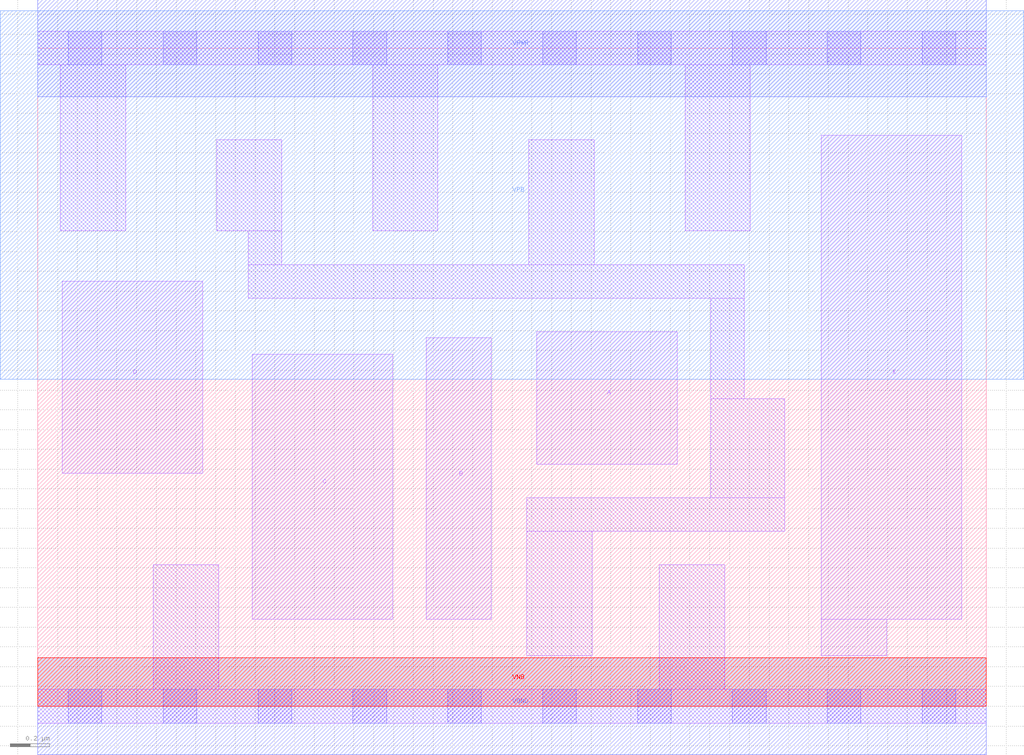
<source format=lef>
# Copyright 2020 The SkyWater PDK Authors
#
# Licensed under the Apache License, Version 2.0 (the "License");
# you may not use this file except in compliance with the License.
# You may obtain a copy of the License at
#
#     https://www.apache.org/licenses/LICENSE-2.0
#
# Unless required by applicable law or agreed to in writing, software
# distributed under the License is distributed on an "AS IS" BASIS,
# WITHOUT WARRANTIES OR CONDITIONS OF ANY KIND, either express or implied.
# See the License for the specific language governing permissions and
# limitations under the License.
#
# SPDX-License-Identifier: Apache-2.0

VERSION 5.7 ;
  NOWIREEXTENSIONATPIN ON ;
  DIVIDERCHAR "/" ;
  BUSBITCHARS "[]" ;
MACRO sky130_fd_sc_lp__and4_lp
  CLASS CORE ;
  FOREIGN sky130_fd_sc_lp__and4_lp ;
  ORIGIN  0.000000  0.000000 ;
  SIZE  4.800000 BY  3.330000 ;
  SYMMETRY X Y R90 ;
  SITE unit ;
  PIN A
    ANTENNAGATEAREA  0.189000 ;
    DIRECTION INPUT ;
    USE SIGNAL ;
    PORT
      LAYER li1 ;
        RECT 2.525000 1.225000 3.235000 1.895000 ;
    END
  END A
  PIN B
    ANTENNAGATEAREA  0.189000 ;
    DIRECTION INPUT ;
    USE SIGNAL ;
    PORT
      LAYER li1 ;
        RECT 1.965000 0.440000 2.295000 1.865000 ;
    END
  END B
  PIN C
    ANTENNAGATEAREA  0.189000 ;
    DIRECTION INPUT ;
    USE SIGNAL ;
    PORT
      LAYER li1 ;
        RECT 1.085000 0.440000 1.795000 1.780000 ;
    END
  END C
  PIN D
    ANTENNAGATEAREA  0.189000 ;
    DIRECTION INPUT ;
    USE SIGNAL ;
    PORT
      LAYER li1 ;
        RECT 0.125000 1.180000 0.835000 2.150000 ;
    END
  END D
  PIN X
    ANTENNADIFFAREA  0.239400 ;
    DIRECTION OUTPUT ;
    USE SIGNAL ;
    PORT
      LAYER li1 ;
        RECT 3.965000 0.255000 4.295000 0.440000 ;
        RECT 3.965000 0.440000 4.675000 2.890000 ;
    END
  END X
  PIN VGND
    DIRECTION INOUT ;
    USE GROUND ;
    PORT
      LAYER met1 ;
        RECT 0.000000 -0.245000 4.800000 0.245000 ;
    END
  END VGND
  PIN VNB
    DIRECTION INOUT ;
    USE GROUND ;
    PORT
      LAYER pwell ;
        RECT 0.000000 0.000000 4.800000 0.245000 ;
    END
  END VNB
  PIN VPB
    DIRECTION INOUT ;
    USE POWER ;
    PORT
      LAYER nwell ;
        RECT -0.190000 1.655000 4.990000 3.520000 ;
    END
  END VPB
  PIN VPWR
    DIRECTION INOUT ;
    USE POWER ;
    PORT
      LAYER met1 ;
        RECT 0.000000 3.085000 4.800000 3.575000 ;
    END
  END VPWR
  OBS
    LAYER li1 ;
      RECT 0.000000 -0.085000 4.800000 0.085000 ;
      RECT 0.000000  3.245000 4.800000 3.415000 ;
      RECT 0.115000  2.405000 0.445000 3.245000 ;
      RECT 0.585000  0.085000 0.915000 0.715000 ;
      RECT 0.905000  2.405000 1.235000 2.865000 ;
      RECT 1.065000  2.065000 3.575000 2.235000 ;
      RECT 1.065000  2.235000 1.235000 2.405000 ;
      RECT 1.695000  2.405000 2.025000 3.245000 ;
      RECT 2.475000  0.255000 2.805000 0.885000 ;
      RECT 2.475000  0.885000 3.780000 1.055000 ;
      RECT 2.485000  2.235000 2.815000 2.865000 ;
      RECT 3.145000  0.085000 3.475000 0.715000 ;
      RECT 3.275000  2.405000 3.605000 3.245000 ;
      RECT 3.405000  1.055000 3.780000 1.555000 ;
      RECT 3.405000  1.555000 3.575000 2.065000 ;
    LAYER mcon ;
      RECT 0.155000 -0.085000 0.325000 0.085000 ;
      RECT 0.155000  3.245000 0.325000 3.415000 ;
      RECT 0.635000 -0.085000 0.805000 0.085000 ;
      RECT 0.635000  3.245000 0.805000 3.415000 ;
      RECT 1.115000 -0.085000 1.285000 0.085000 ;
      RECT 1.115000  3.245000 1.285000 3.415000 ;
      RECT 1.595000 -0.085000 1.765000 0.085000 ;
      RECT 1.595000  3.245000 1.765000 3.415000 ;
      RECT 2.075000 -0.085000 2.245000 0.085000 ;
      RECT 2.075000  3.245000 2.245000 3.415000 ;
      RECT 2.555000 -0.085000 2.725000 0.085000 ;
      RECT 2.555000  3.245000 2.725000 3.415000 ;
      RECT 3.035000 -0.085000 3.205000 0.085000 ;
      RECT 3.035000  3.245000 3.205000 3.415000 ;
      RECT 3.515000 -0.085000 3.685000 0.085000 ;
      RECT 3.515000  3.245000 3.685000 3.415000 ;
      RECT 3.995000 -0.085000 4.165000 0.085000 ;
      RECT 3.995000  3.245000 4.165000 3.415000 ;
      RECT 4.475000 -0.085000 4.645000 0.085000 ;
      RECT 4.475000  3.245000 4.645000 3.415000 ;
  END
END sky130_fd_sc_lp__and4_lp
END LIBRARY

</source>
